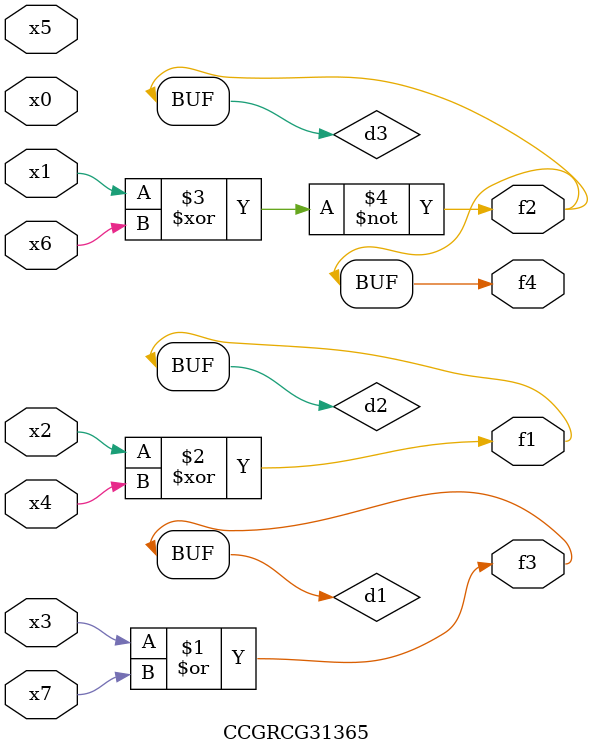
<source format=v>
module CCGRCG31365(
	input x0, x1, x2, x3, x4, x5, x6, x7,
	output f1, f2, f3, f4
);

	wire d1, d2, d3;

	or (d1, x3, x7);
	xor (d2, x2, x4);
	xnor (d3, x1, x6);
	assign f1 = d2;
	assign f2 = d3;
	assign f3 = d1;
	assign f4 = d3;
endmodule

</source>
